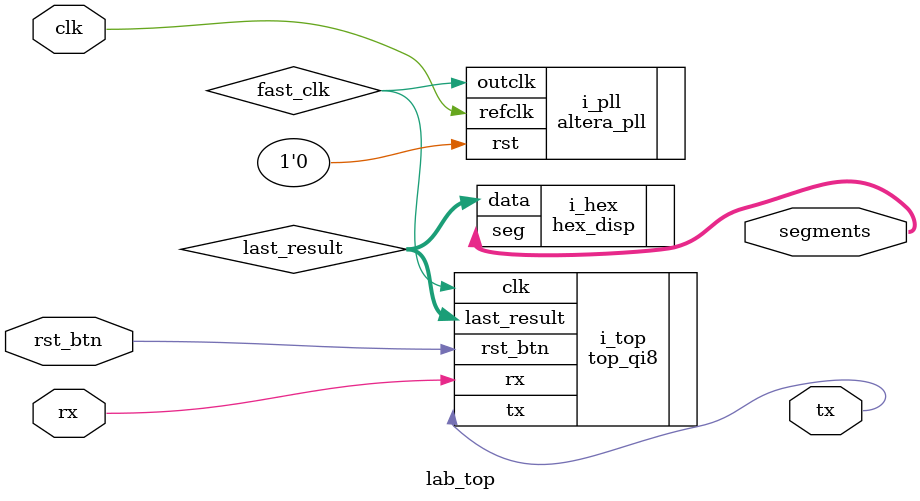
<source format=sv>
module lab_top (
    input logic clk,
    input logic rx,
    input logic rst_btn,
    output logic tx,
    output logic [6:0] segments
);
    logic [3:0] last_result;
    logic fast_clk;

    top_qi8 i_top(.clk(fast_clk), .rx(rx), .rst_btn(rst_btn), .tx(tx), .last_result(last_result));
    hex_disp i_hex(.data(last_result), .seg(segments));

    altera_pll #(
        .reference_clock_frequency("50.0 MHz"),
        .operation_mode("direct"),
        .number_of_clocks(1),
        .output_clock_frequency0("100.0 MHz")
    ) i_pll(
        .rst(1'b0),
        .refclk(clk),
        .outclk({fast_clk})
    );
endmodule

</source>
